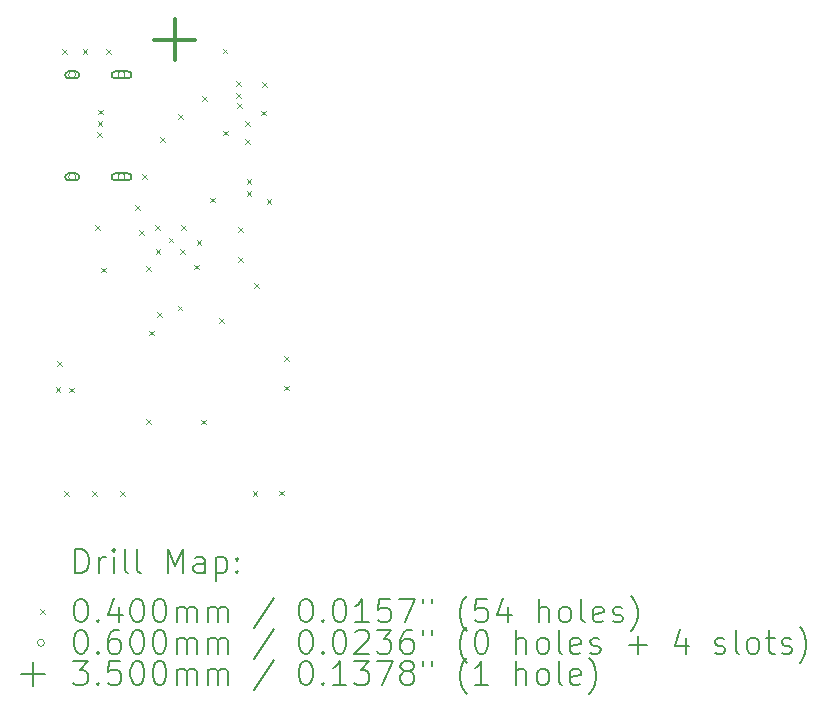
<source format=gbr>
%TF.GenerationSoftware,KiCad,Pcbnew,7.0.5-0*%
%TF.CreationDate,2023-07-31T19:13:09-04:00*%
%TF.ProjectId,mula,6d756c61-2e6b-4696-9361-645f70636258,rev?*%
%TF.SameCoordinates,Original*%
%TF.FileFunction,Drillmap*%
%TF.FilePolarity,Positive*%
%FSLAX45Y45*%
G04 Gerber Fmt 4.5, Leading zero omitted, Abs format (unit mm)*
G04 Created by KiCad (PCBNEW 7.0.5-0) date 2023-07-31 19:13:09*
%MOMM*%
%LPD*%
G01*
G04 APERTURE LIST*
%ADD10C,0.200000*%
%ADD11C,0.040000*%
%ADD12C,0.060000*%
%ADD13C,0.350000*%
G04 APERTURE END LIST*
D10*
D11*
X12990000Y-10132500D02*
X13030000Y-10172500D01*
X13030000Y-10132500D02*
X12990000Y-10172500D01*
X13002500Y-9910000D02*
X13042500Y-9950000D01*
X13042500Y-9910000D02*
X13002500Y-9950000D01*
X13042500Y-7270000D02*
X13082500Y-7310000D01*
X13082500Y-7270000D02*
X13042500Y-7310000D01*
X13065000Y-11012500D02*
X13105000Y-11052500D01*
X13105000Y-11012500D02*
X13065000Y-11052500D01*
X13102500Y-10135000D02*
X13142500Y-10175000D01*
X13142500Y-10135000D02*
X13102500Y-10175000D01*
X13220000Y-7270000D02*
X13260000Y-7310000D01*
X13260000Y-7270000D02*
X13220000Y-7310000D01*
X13302500Y-11012500D02*
X13342500Y-11052500D01*
X13342500Y-11012500D02*
X13302500Y-11052500D01*
X13322500Y-8757500D02*
X13362500Y-8797500D01*
X13362500Y-8757500D02*
X13322500Y-8797500D01*
X13342500Y-7975000D02*
X13382500Y-8015000D01*
X13382500Y-7975000D02*
X13342500Y-8015000D01*
X13345000Y-7880000D02*
X13385000Y-7920000D01*
X13385000Y-7880000D02*
X13345000Y-7920000D01*
X13347500Y-7782500D02*
X13387500Y-7822500D01*
X13387500Y-7782500D02*
X13347500Y-7822500D01*
X13375000Y-9120000D02*
X13415000Y-9160000D01*
X13415000Y-9120000D02*
X13375000Y-9160000D01*
X13417500Y-7270000D02*
X13457500Y-7310000D01*
X13457500Y-7270000D02*
X13417500Y-7310000D01*
X13535000Y-11012500D02*
X13575000Y-11052500D01*
X13575000Y-11012500D02*
X13535000Y-11052500D01*
X13663331Y-8591735D02*
X13703331Y-8631735D01*
X13703331Y-8591735D02*
X13663331Y-8631735D01*
X13695050Y-8804591D02*
X13735050Y-8844591D01*
X13735050Y-8804591D02*
X13695050Y-8844591D01*
X13722500Y-8329550D02*
X13762500Y-8369550D01*
X13762500Y-8329550D02*
X13722500Y-8369550D01*
X13755000Y-9110000D02*
X13795000Y-9150000D01*
X13795000Y-9110000D02*
X13755000Y-9150000D01*
X13755000Y-10400000D02*
X13795000Y-10440000D01*
X13795000Y-10400000D02*
X13755000Y-10440000D01*
X13782500Y-9652500D02*
X13822500Y-9692500D01*
X13822500Y-9652500D02*
X13782500Y-9692500D01*
X13835000Y-8762500D02*
X13875000Y-8802500D01*
X13875000Y-8762500D02*
X13835000Y-8802500D01*
X13837500Y-8965000D02*
X13877500Y-9005000D01*
X13877500Y-8965000D02*
X13837500Y-9005000D01*
X13852500Y-9497500D02*
X13892500Y-9537500D01*
X13892500Y-9497500D02*
X13852500Y-9537500D01*
X13875000Y-8015000D02*
X13915000Y-8055000D01*
X13915000Y-8015000D02*
X13875000Y-8055000D01*
X13947500Y-8865000D02*
X13987500Y-8905000D01*
X13987500Y-8865000D02*
X13947500Y-8905000D01*
X14022500Y-9442500D02*
X14062500Y-9482500D01*
X14062500Y-9442500D02*
X14022500Y-9482500D01*
X14027500Y-7822500D02*
X14067500Y-7862500D01*
X14067500Y-7822500D02*
X14027500Y-7862500D01*
X14047500Y-8965000D02*
X14087500Y-9005000D01*
X14087500Y-8965000D02*
X14047500Y-9005000D01*
X14050000Y-8760000D02*
X14090000Y-8800000D01*
X14090000Y-8760000D02*
X14050000Y-8800000D01*
X14162500Y-9095000D02*
X14202500Y-9135000D01*
X14202500Y-9095000D02*
X14162500Y-9135000D01*
X14185050Y-8887500D02*
X14225050Y-8927500D01*
X14225050Y-8887500D02*
X14185050Y-8927500D01*
X14220000Y-10407500D02*
X14260000Y-10447500D01*
X14260000Y-10407500D02*
X14220000Y-10447500D01*
X14232500Y-7667500D02*
X14272500Y-7707500D01*
X14272500Y-7667500D02*
X14232500Y-7707500D01*
X14301528Y-8526528D02*
X14341528Y-8566528D01*
X14341528Y-8526528D02*
X14301528Y-8566528D01*
X14372500Y-9545000D02*
X14412500Y-9585000D01*
X14412500Y-9545000D02*
X14372500Y-9585000D01*
X14405000Y-7265000D02*
X14445000Y-7305000D01*
X14445000Y-7265000D02*
X14405000Y-7305000D01*
X14410000Y-7960000D02*
X14450000Y-8000000D01*
X14450000Y-7960000D02*
X14410000Y-8000000D01*
X14520000Y-7539000D02*
X14560000Y-7579000D01*
X14560000Y-7539000D02*
X14520000Y-7579000D01*
X14520000Y-7640000D02*
X14560000Y-7680000D01*
X14560000Y-7640000D02*
X14520000Y-7680000D01*
X14525000Y-7730000D02*
X14565000Y-7770000D01*
X14565000Y-7730000D02*
X14525000Y-7770000D01*
X14535000Y-8780000D02*
X14575000Y-8820000D01*
X14575000Y-8780000D02*
X14535000Y-8820000D01*
X14535000Y-9030000D02*
X14575000Y-9070000D01*
X14575000Y-9030000D02*
X14535000Y-9070000D01*
X14595000Y-8035000D02*
X14635000Y-8075000D01*
X14635000Y-8035000D02*
X14595000Y-8075000D01*
X14597500Y-7877500D02*
X14637500Y-7917500D01*
X14637500Y-7877500D02*
X14597500Y-7917500D01*
X14607293Y-8371113D02*
X14647293Y-8411113D01*
X14647293Y-8371113D02*
X14607293Y-8411113D01*
X14608556Y-8471056D02*
X14648556Y-8511056D01*
X14648556Y-8471056D02*
X14608556Y-8511056D01*
X14657500Y-11012500D02*
X14697500Y-11052500D01*
X14697500Y-11012500D02*
X14657500Y-11052500D01*
X14670000Y-9250000D02*
X14710000Y-9290000D01*
X14710000Y-9250000D02*
X14670000Y-9290000D01*
X14730000Y-7790000D02*
X14770000Y-7830000D01*
X14770000Y-7790000D02*
X14730000Y-7830000D01*
X14737500Y-7550000D02*
X14777500Y-7590000D01*
X14777500Y-7550000D02*
X14737500Y-7590000D01*
X14777500Y-8542500D02*
X14817500Y-8582500D01*
X14817500Y-8542500D02*
X14777500Y-8582500D01*
X14880000Y-11007500D02*
X14920000Y-11047500D01*
X14920000Y-11007500D02*
X14880000Y-11047500D01*
X14925000Y-9870000D02*
X14965000Y-9910000D01*
X14965000Y-9870000D02*
X14925000Y-9910000D01*
X14925000Y-10120000D02*
X14965000Y-10160000D01*
X14965000Y-10120000D02*
X14925000Y-10160000D01*
D12*
X13160000Y-7488000D02*
G75*
G03*
X13160000Y-7488000I-30000J0D01*
G01*
D10*
X13160000Y-7458000D02*
X13100000Y-7458000D01*
X13100000Y-7458000D02*
G75*
G03*
X13100000Y-7518000I0J-30000D01*
G01*
X13100000Y-7518000D02*
X13160000Y-7518000D01*
X13160000Y-7518000D02*
G75*
G03*
X13160000Y-7458000I0J30000D01*
G01*
D12*
X13160000Y-8352000D02*
G75*
G03*
X13160000Y-8352000I-30000J0D01*
G01*
D10*
X13160000Y-8322000D02*
X13100000Y-8322000D01*
X13100000Y-8322000D02*
G75*
G03*
X13100000Y-8382000I0J-30000D01*
G01*
X13100000Y-8382000D02*
X13160000Y-8382000D01*
X13160000Y-8382000D02*
G75*
G03*
X13160000Y-8322000I0J30000D01*
G01*
D12*
X13578000Y-7488000D02*
G75*
G03*
X13578000Y-7488000I-30000J0D01*
G01*
D10*
X13603000Y-7458000D02*
X13493000Y-7458000D01*
X13493000Y-7458000D02*
G75*
G03*
X13493000Y-7518000I0J-30000D01*
G01*
X13493000Y-7518000D02*
X13603000Y-7518000D01*
X13603000Y-7518000D02*
G75*
G03*
X13603000Y-7458000I0J30000D01*
G01*
D12*
X13578000Y-8352000D02*
G75*
G03*
X13578000Y-8352000I-30000J0D01*
G01*
D10*
X13603000Y-8322000D02*
X13493000Y-8322000D01*
X13493000Y-8322000D02*
G75*
G03*
X13493000Y-8382000I0J-30000D01*
G01*
X13493000Y-8382000D02*
X13603000Y-8382000D01*
X13603000Y-8382000D02*
G75*
G03*
X13603000Y-8322000I0J30000D01*
G01*
D13*
X13998750Y-7015500D02*
X13998750Y-7365500D01*
X13823750Y-7190500D02*
X14173750Y-7190500D01*
D10*
X13157027Y-11704484D02*
X13157027Y-11504484D01*
X13157027Y-11504484D02*
X13204646Y-11504484D01*
X13204646Y-11504484D02*
X13233217Y-11514008D01*
X13233217Y-11514008D02*
X13252265Y-11533055D01*
X13252265Y-11533055D02*
X13261789Y-11552103D01*
X13261789Y-11552103D02*
X13271312Y-11590198D01*
X13271312Y-11590198D02*
X13271312Y-11618769D01*
X13271312Y-11618769D02*
X13261789Y-11656865D01*
X13261789Y-11656865D02*
X13252265Y-11675912D01*
X13252265Y-11675912D02*
X13233217Y-11694960D01*
X13233217Y-11694960D02*
X13204646Y-11704484D01*
X13204646Y-11704484D02*
X13157027Y-11704484D01*
X13357027Y-11704484D02*
X13357027Y-11571150D01*
X13357027Y-11609246D02*
X13366551Y-11590198D01*
X13366551Y-11590198D02*
X13376074Y-11580674D01*
X13376074Y-11580674D02*
X13395122Y-11571150D01*
X13395122Y-11571150D02*
X13414170Y-11571150D01*
X13480836Y-11704484D02*
X13480836Y-11571150D01*
X13480836Y-11504484D02*
X13471312Y-11514008D01*
X13471312Y-11514008D02*
X13480836Y-11523531D01*
X13480836Y-11523531D02*
X13490360Y-11514008D01*
X13490360Y-11514008D02*
X13480836Y-11504484D01*
X13480836Y-11504484D02*
X13480836Y-11523531D01*
X13604646Y-11704484D02*
X13585598Y-11694960D01*
X13585598Y-11694960D02*
X13576074Y-11675912D01*
X13576074Y-11675912D02*
X13576074Y-11504484D01*
X13709408Y-11704484D02*
X13690360Y-11694960D01*
X13690360Y-11694960D02*
X13680836Y-11675912D01*
X13680836Y-11675912D02*
X13680836Y-11504484D01*
X13937979Y-11704484D02*
X13937979Y-11504484D01*
X13937979Y-11504484D02*
X14004646Y-11647341D01*
X14004646Y-11647341D02*
X14071312Y-11504484D01*
X14071312Y-11504484D02*
X14071312Y-11704484D01*
X14252265Y-11704484D02*
X14252265Y-11599722D01*
X14252265Y-11599722D02*
X14242741Y-11580674D01*
X14242741Y-11580674D02*
X14223693Y-11571150D01*
X14223693Y-11571150D02*
X14185598Y-11571150D01*
X14185598Y-11571150D02*
X14166551Y-11580674D01*
X14252265Y-11694960D02*
X14233217Y-11704484D01*
X14233217Y-11704484D02*
X14185598Y-11704484D01*
X14185598Y-11704484D02*
X14166551Y-11694960D01*
X14166551Y-11694960D02*
X14157027Y-11675912D01*
X14157027Y-11675912D02*
X14157027Y-11656865D01*
X14157027Y-11656865D02*
X14166551Y-11637817D01*
X14166551Y-11637817D02*
X14185598Y-11628293D01*
X14185598Y-11628293D02*
X14233217Y-11628293D01*
X14233217Y-11628293D02*
X14252265Y-11618769D01*
X14347503Y-11571150D02*
X14347503Y-11771150D01*
X14347503Y-11580674D02*
X14366551Y-11571150D01*
X14366551Y-11571150D02*
X14404646Y-11571150D01*
X14404646Y-11571150D02*
X14423693Y-11580674D01*
X14423693Y-11580674D02*
X14433217Y-11590198D01*
X14433217Y-11590198D02*
X14442741Y-11609246D01*
X14442741Y-11609246D02*
X14442741Y-11666388D01*
X14442741Y-11666388D02*
X14433217Y-11685436D01*
X14433217Y-11685436D02*
X14423693Y-11694960D01*
X14423693Y-11694960D02*
X14404646Y-11704484D01*
X14404646Y-11704484D02*
X14366551Y-11704484D01*
X14366551Y-11704484D02*
X14347503Y-11694960D01*
X14528455Y-11685436D02*
X14537979Y-11694960D01*
X14537979Y-11694960D02*
X14528455Y-11704484D01*
X14528455Y-11704484D02*
X14518932Y-11694960D01*
X14518932Y-11694960D02*
X14528455Y-11685436D01*
X14528455Y-11685436D02*
X14528455Y-11704484D01*
X14528455Y-11580674D02*
X14537979Y-11590198D01*
X14537979Y-11590198D02*
X14528455Y-11599722D01*
X14528455Y-11599722D02*
X14518932Y-11590198D01*
X14518932Y-11590198D02*
X14528455Y-11580674D01*
X14528455Y-11580674D02*
X14528455Y-11599722D01*
D11*
X12856250Y-12013000D02*
X12896250Y-12053000D01*
X12896250Y-12013000D02*
X12856250Y-12053000D01*
D10*
X13195122Y-11924484D02*
X13214170Y-11924484D01*
X13214170Y-11924484D02*
X13233217Y-11934008D01*
X13233217Y-11934008D02*
X13242741Y-11943531D01*
X13242741Y-11943531D02*
X13252265Y-11962579D01*
X13252265Y-11962579D02*
X13261789Y-12000674D01*
X13261789Y-12000674D02*
X13261789Y-12048293D01*
X13261789Y-12048293D02*
X13252265Y-12086388D01*
X13252265Y-12086388D02*
X13242741Y-12105436D01*
X13242741Y-12105436D02*
X13233217Y-12114960D01*
X13233217Y-12114960D02*
X13214170Y-12124484D01*
X13214170Y-12124484D02*
X13195122Y-12124484D01*
X13195122Y-12124484D02*
X13176074Y-12114960D01*
X13176074Y-12114960D02*
X13166551Y-12105436D01*
X13166551Y-12105436D02*
X13157027Y-12086388D01*
X13157027Y-12086388D02*
X13147503Y-12048293D01*
X13147503Y-12048293D02*
X13147503Y-12000674D01*
X13147503Y-12000674D02*
X13157027Y-11962579D01*
X13157027Y-11962579D02*
X13166551Y-11943531D01*
X13166551Y-11943531D02*
X13176074Y-11934008D01*
X13176074Y-11934008D02*
X13195122Y-11924484D01*
X13347503Y-12105436D02*
X13357027Y-12114960D01*
X13357027Y-12114960D02*
X13347503Y-12124484D01*
X13347503Y-12124484D02*
X13337979Y-12114960D01*
X13337979Y-12114960D02*
X13347503Y-12105436D01*
X13347503Y-12105436D02*
X13347503Y-12124484D01*
X13528455Y-11991150D02*
X13528455Y-12124484D01*
X13480836Y-11914960D02*
X13433217Y-12057817D01*
X13433217Y-12057817D02*
X13557027Y-12057817D01*
X13671312Y-11924484D02*
X13690360Y-11924484D01*
X13690360Y-11924484D02*
X13709408Y-11934008D01*
X13709408Y-11934008D02*
X13718932Y-11943531D01*
X13718932Y-11943531D02*
X13728455Y-11962579D01*
X13728455Y-11962579D02*
X13737979Y-12000674D01*
X13737979Y-12000674D02*
X13737979Y-12048293D01*
X13737979Y-12048293D02*
X13728455Y-12086388D01*
X13728455Y-12086388D02*
X13718932Y-12105436D01*
X13718932Y-12105436D02*
X13709408Y-12114960D01*
X13709408Y-12114960D02*
X13690360Y-12124484D01*
X13690360Y-12124484D02*
X13671312Y-12124484D01*
X13671312Y-12124484D02*
X13652265Y-12114960D01*
X13652265Y-12114960D02*
X13642741Y-12105436D01*
X13642741Y-12105436D02*
X13633217Y-12086388D01*
X13633217Y-12086388D02*
X13623693Y-12048293D01*
X13623693Y-12048293D02*
X13623693Y-12000674D01*
X13623693Y-12000674D02*
X13633217Y-11962579D01*
X13633217Y-11962579D02*
X13642741Y-11943531D01*
X13642741Y-11943531D02*
X13652265Y-11934008D01*
X13652265Y-11934008D02*
X13671312Y-11924484D01*
X13861789Y-11924484D02*
X13880836Y-11924484D01*
X13880836Y-11924484D02*
X13899884Y-11934008D01*
X13899884Y-11934008D02*
X13909408Y-11943531D01*
X13909408Y-11943531D02*
X13918932Y-11962579D01*
X13918932Y-11962579D02*
X13928455Y-12000674D01*
X13928455Y-12000674D02*
X13928455Y-12048293D01*
X13928455Y-12048293D02*
X13918932Y-12086388D01*
X13918932Y-12086388D02*
X13909408Y-12105436D01*
X13909408Y-12105436D02*
X13899884Y-12114960D01*
X13899884Y-12114960D02*
X13880836Y-12124484D01*
X13880836Y-12124484D02*
X13861789Y-12124484D01*
X13861789Y-12124484D02*
X13842741Y-12114960D01*
X13842741Y-12114960D02*
X13833217Y-12105436D01*
X13833217Y-12105436D02*
X13823693Y-12086388D01*
X13823693Y-12086388D02*
X13814170Y-12048293D01*
X13814170Y-12048293D02*
X13814170Y-12000674D01*
X13814170Y-12000674D02*
X13823693Y-11962579D01*
X13823693Y-11962579D02*
X13833217Y-11943531D01*
X13833217Y-11943531D02*
X13842741Y-11934008D01*
X13842741Y-11934008D02*
X13861789Y-11924484D01*
X14014170Y-12124484D02*
X14014170Y-11991150D01*
X14014170Y-12010198D02*
X14023693Y-12000674D01*
X14023693Y-12000674D02*
X14042741Y-11991150D01*
X14042741Y-11991150D02*
X14071313Y-11991150D01*
X14071313Y-11991150D02*
X14090360Y-12000674D01*
X14090360Y-12000674D02*
X14099884Y-12019722D01*
X14099884Y-12019722D02*
X14099884Y-12124484D01*
X14099884Y-12019722D02*
X14109408Y-12000674D01*
X14109408Y-12000674D02*
X14128455Y-11991150D01*
X14128455Y-11991150D02*
X14157027Y-11991150D01*
X14157027Y-11991150D02*
X14176074Y-12000674D01*
X14176074Y-12000674D02*
X14185598Y-12019722D01*
X14185598Y-12019722D02*
X14185598Y-12124484D01*
X14280836Y-12124484D02*
X14280836Y-11991150D01*
X14280836Y-12010198D02*
X14290360Y-12000674D01*
X14290360Y-12000674D02*
X14309408Y-11991150D01*
X14309408Y-11991150D02*
X14337979Y-11991150D01*
X14337979Y-11991150D02*
X14357027Y-12000674D01*
X14357027Y-12000674D02*
X14366551Y-12019722D01*
X14366551Y-12019722D02*
X14366551Y-12124484D01*
X14366551Y-12019722D02*
X14376074Y-12000674D01*
X14376074Y-12000674D02*
X14395122Y-11991150D01*
X14395122Y-11991150D02*
X14423693Y-11991150D01*
X14423693Y-11991150D02*
X14442741Y-12000674D01*
X14442741Y-12000674D02*
X14452265Y-12019722D01*
X14452265Y-12019722D02*
X14452265Y-12124484D01*
X14842741Y-11914960D02*
X14671313Y-12172103D01*
X15099884Y-11924484D02*
X15118932Y-11924484D01*
X15118932Y-11924484D02*
X15137979Y-11934008D01*
X15137979Y-11934008D02*
X15147503Y-11943531D01*
X15147503Y-11943531D02*
X15157027Y-11962579D01*
X15157027Y-11962579D02*
X15166551Y-12000674D01*
X15166551Y-12000674D02*
X15166551Y-12048293D01*
X15166551Y-12048293D02*
X15157027Y-12086388D01*
X15157027Y-12086388D02*
X15147503Y-12105436D01*
X15147503Y-12105436D02*
X15137979Y-12114960D01*
X15137979Y-12114960D02*
X15118932Y-12124484D01*
X15118932Y-12124484D02*
X15099884Y-12124484D01*
X15099884Y-12124484D02*
X15080836Y-12114960D01*
X15080836Y-12114960D02*
X15071313Y-12105436D01*
X15071313Y-12105436D02*
X15061789Y-12086388D01*
X15061789Y-12086388D02*
X15052265Y-12048293D01*
X15052265Y-12048293D02*
X15052265Y-12000674D01*
X15052265Y-12000674D02*
X15061789Y-11962579D01*
X15061789Y-11962579D02*
X15071313Y-11943531D01*
X15071313Y-11943531D02*
X15080836Y-11934008D01*
X15080836Y-11934008D02*
X15099884Y-11924484D01*
X15252265Y-12105436D02*
X15261789Y-12114960D01*
X15261789Y-12114960D02*
X15252265Y-12124484D01*
X15252265Y-12124484D02*
X15242741Y-12114960D01*
X15242741Y-12114960D02*
X15252265Y-12105436D01*
X15252265Y-12105436D02*
X15252265Y-12124484D01*
X15385598Y-11924484D02*
X15404646Y-11924484D01*
X15404646Y-11924484D02*
X15423694Y-11934008D01*
X15423694Y-11934008D02*
X15433217Y-11943531D01*
X15433217Y-11943531D02*
X15442741Y-11962579D01*
X15442741Y-11962579D02*
X15452265Y-12000674D01*
X15452265Y-12000674D02*
X15452265Y-12048293D01*
X15452265Y-12048293D02*
X15442741Y-12086388D01*
X15442741Y-12086388D02*
X15433217Y-12105436D01*
X15433217Y-12105436D02*
X15423694Y-12114960D01*
X15423694Y-12114960D02*
X15404646Y-12124484D01*
X15404646Y-12124484D02*
X15385598Y-12124484D01*
X15385598Y-12124484D02*
X15366551Y-12114960D01*
X15366551Y-12114960D02*
X15357027Y-12105436D01*
X15357027Y-12105436D02*
X15347503Y-12086388D01*
X15347503Y-12086388D02*
X15337979Y-12048293D01*
X15337979Y-12048293D02*
X15337979Y-12000674D01*
X15337979Y-12000674D02*
X15347503Y-11962579D01*
X15347503Y-11962579D02*
X15357027Y-11943531D01*
X15357027Y-11943531D02*
X15366551Y-11934008D01*
X15366551Y-11934008D02*
X15385598Y-11924484D01*
X15642741Y-12124484D02*
X15528456Y-12124484D01*
X15585598Y-12124484D02*
X15585598Y-11924484D01*
X15585598Y-11924484D02*
X15566551Y-11953055D01*
X15566551Y-11953055D02*
X15547503Y-11972103D01*
X15547503Y-11972103D02*
X15528456Y-11981627D01*
X15823694Y-11924484D02*
X15728456Y-11924484D01*
X15728456Y-11924484D02*
X15718932Y-12019722D01*
X15718932Y-12019722D02*
X15728456Y-12010198D01*
X15728456Y-12010198D02*
X15747503Y-12000674D01*
X15747503Y-12000674D02*
X15795122Y-12000674D01*
X15795122Y-12000674D02*
X15814170Y-12010198D01*
X15814170Y-12010198D02*
X15823694Y-12019722D01*
X15823694Y-12019722D02*
X15833217Y-12038769D01*
X15833217Y-12038769D02*
X15833217Y-12086388D01*
X15833217Y-12086388D02*
X15823694Y-12105436D01*
X15823694Y-12105436D02*
X15814170Y-12114960D01*
X15814170Y-12114960D02*
X15795122Y-12124484D01*
X15795122Y-12124484D02*
X15747503Y-12124484D01*
X15747503Y-12124484D02*
X15728456Y-12114960D01*
X15728456Y-12114960D02*
X15718932Y-12105436D01*
X15899884Y-11924484D02*
X16033217Y-11924484D01*
X16033217Y-11924484D02*
X15947503Y-12124484D01*
X16099884Y-11924484D02*
X16099884Y-11962579D01*
X16176075Y-11924484D02*
X16176075Y-11962579D01*
X16471313Y-12200674D02*
X16461789Y-12191150D01*
X16461789Y-12191150D02*
X16442741Y-12162579D01*
X16442741Y-12162579D02*
X16433218Y-12143531D01*
X16433218Y-12143531D02*
X16423694Y-12114960D01*
X16423694Y-12114960D02*
X16414170Y-12067341D01*
X16414170Y-12067341D02*
X16414170Y-12029246D01*
X16414170Y-12029246D02*
X16423694Y-11981627D01*
X16423694Y-11981627D02*
X16433218Y-11953055D01*
X16433218Y-11953055D02*
X16442741Y-11934008D01*
X16442741Y-11934008D02*
X16461789Y-11905436D01*
X16461789Y-11905436D02*
X16471313Y-11895912D01*
X16642741Y-11924484D02*
X16547503Y-11924484D01*
X16547503Y-11924484D02*
X16537979Y-12019722D01*
X16537979Y-12019722D02*
X16547503Y-12010198D01*
X16547503Y-12010198D02*
X16566551Y-12000674D01*
X16566551Y-12000674D02*
X16614170Y-12000674D01*
X16614170Y-12000674D02*
X16633218Y-12010198D01*
X16633218Y-12010198D02*
X16642741Y-12019722D01*
X16642741Y-12019722D02*
X16652265Y-12038769D01*
X16652265Y-12038769D02*
X16652265Y-12086388D01*
X16652265Y-12086388D02*
X16642741Y-12105436D01*
X16642741Y-12105436D02*
X16633218Y-12114960D01*
X16633218Y-12114960D02*
X16614170Y-12124484D01*
X16614170Y-12124484D02*
X16566551Y-12124484D01*
X16566551Y-12124484D02*
X16547503Y-12114960D01*
X16547503Y-12114960D02*
X16537979Y-12105436D01*
X16823694Y-11991150D02*
X16823694Y-12124484D01*
X16776075Y-11914960D02*
X16728456Y-12057817D01*
X16728456Y-12057817D02*
X16852265Y-12057817D01*
X17080837Y-12124484D02*
X17080837Y-11924484D01*
X17166551Y-12124484D02*
X17166551Y-12019722D01*
X17166551Y-12019722D02*
X17157027Y-12000674D01*
X17157027Y-12000674D02*
X17137980Y-11991150D01*
X17137980Y-11991150D02*
X17109408Y-11991150D01*
X17109408Y-11991150D02*
X17090361Y-12000674D01*
X17090361Y-12000674D02*
X17080837Y-12010198D01*
X17290361Y-12124484D02*
X17271313Y-12114960D01*
X17271313Y-12114960D02*
X17261789Y-12105436D01*
X17261789Y-12105436D02*
X17252265Y-12086388D01*
X17252265Y-12086388D02*
X17252265Y-12029246D01*
X17252265Y-12029246D02*
X17261789Y-12010198D01*
X17261789Y-12010198D02*
X17271313Y-12000674D01*
X17271313Y-12000674D02*
X17290361Y-11991150D01*
X17290361Y-11991150D02*
X17318932Y-11991150D01*
X17318932Y-11991150D02*
X17337980Y-12000674D01*
X17337980Y-12000674D02*
X17347503Y-12010198D01*
X17347503Y-12010198D02*
X17357027Y-12029246D01*
X17357027Y-12029246D02*
X17357027Y-12086388D01*
X17357027Y-12086388D02*
X17347503Y-12105436D01*
X17347503Y-12105436D02*
X17337980Y-12114960D01*
X17337980Y-12114960D02*
X17318932Y-12124484D01*
X17318932Y-12124484D02*
X17290361Y-12124484D01*
X17471313Y-12124484D02*
X17452265Y-12114960D01*
X17452265Y-12114960D02*
X17442742Y-12095912D01*
X17442742Y-12095912D02*
X17442742Y-11924484D01*
X17623694Y-12114960D02*
X17604646Y-12124484D01*
X17604646Y-12124484D02*
X17566551Y-12124484D01*
X17566551Y-12124484D02*
X17547503Y-12114960D01*
X17547503Y-12114960D02*
X17537980Y-12095912D01*
X17537980Y-12095912D02*
X17537980Y-12019722D01*
X17537980Y-12019722D02*
X17547503Y-12000674D01*
X17547503Y-12000674D02*
X17566551Y-11991150D01*
X17566551Y-11991150D02*
X17604646Y-11991150D01*
X17604646Y-11991150D02*
X17623694Y-12000674D01*
X17623694Y-12000674D02*
X17633218Y-12019722D01*
X17633218Y-12019722D02*
X17633218Y-12038769D01*
X17633218Y-12038769D02*
X17537980Y-12057817D01*
X17709408Y-12114960D02*
X17728456Y-12124484D01*
X17728456Y-12124484D02*
X17766551Y-12124484D01*
X17766551Y-12124484D02*
X17785599Y-12114960D01*
X17785599Y-12114960D02*
X17795123Y-12095912D01*
X17795123Y-12095912D02*
X17795123Y-12086388D01*
X17795123Y-12086388D02*
X17785599Y-12067341D01*
X17785599Y-12067341D02*
X17766551Y-12057817D01*
X17766551Y-12057817D02*
X17737980Y-12057817D01*
X17737980Y-12057817D02*
X17718932Y-12048293D01*
X17718932Y-12048293D02*
X17709408Y-12029246D01*
X17709408Y-12029246D02*
X17709408Y-12019722D01*
X17709408Y-12019722D02*
X17718932Y-12000674D01*
X17718932Y-12000674D02*
X17737980Y-11991150D01*
X17737980Y-11991150D02*
X17766551Y-11991150D01*
X17766551Y-11991150D02*
X17785599Y-12000674D01*
X17861789Y-12200674D02*
X17871313Y-12191150D01*
X17871313Y-12191150D02*
X17890361Y-12162579D01*
X17890361Y-12162579D02*
X17899884Y-12143531D01*
X17899884Y-12143531D02*
X17909408Y-12114960D01*
X17909408Y-12114960D02*
X17918932Y-12067341D01*
X17918932Y-12067341D02*
X17918932Y-12029246D01*
X17918932Y-12029246D02*
X17909408Y-11981627D01*
X17909408Y-11981627D02*
X17899884Y-11953055D01*
X17899884Y-11953055D02*
X17890361Y-11934008D01*
X17890361Y-11934008D02*
X17871313Y-11905436D01*
X17871313Y-11905436D02*
X17861789Y-11895912D01*
D12*
X12896250Y-12297000D02*
G75*
G03*
X12896250Y-12297000I-30000J0D01*
G01*
D10*
X13195122Y-12188484D02*
X13214170Y-12188484D01*
X13214170Y-12188484D02*
X13233217Y-12198008D01*
X13233217Y-12198008D02*
X13242741Y-12207531D01*
X13242741Y-12207531D02*
X13252265Y-12226579D01*
X13252265Y-12226579D02*
X13261789Y-12264674D01*
X13261789Y-12264674D02*
X13261789Y-12312293D01*
X13261789Y-12312293D02*
X13252265Y-12350388D01*
X13252265Y-12350388D02*
X13242741Y-12369436D01*
X13242741Y-12369436D02*
X13233217Y-12378960D01*
X13233217Y-12378960D02*
X13214170Y-12388484D01*
X13214170Y-12388484D02*
X13195122Y-12388484D01*
X13195122Y-12388484D02*
X13176074Y-12378960D01*
X13176074Y-12378960D02*
X13166551Y-12369436D01*
X13166551Y-12369436D02*
X13157027Y-12350388D01*
X13157027Y-12350388D02*
X13147503Y-12312293D01*
X13147503Y-12312293D02*
X13147503Y-12264674D01*
X13147503Y-12264674D02*
X13157027Y-12226579D01*
X13157027Y-12226579D02*
X13166551Y-12207531D01*
X13166551Y-12207531D02*
X13176074Y-12198008D01*
X13176074Y-12198008D02*
X13195122Y-12188484D01*
X13347503Y-12369436D02*
X13357027Y-12378960D01*
X13357027Y-12378960D02*
X13347503Y-12388484D01*
X13347503Y-12388484D02*
X13337979Y-12378960D01*
X13337979Y-12378960D02*
X13347503Y-12369436D01*
X13347503Y-12369436D02*
X13347503Y-12388484D01*
X13528455Y-12188484D02*
X13490360Y-12188484D01*
X13490360Y-12188484D02*
X13471312Y-12198008D01*
X13471312Y-12198008D02*
X13461789Y-12207531D01*
X13461789Y-12207531D02*
X13442741Y-12236103D01*
X13442741Y-12236103D02*
X13433217Y-12274198D01*
X13433217Y-12274198D02*
X13433217Y-12350388D01*
X13433217Y-12350388D02*
X13442741Y-12369436D01*
X13442741Y-12369436D02*
X13452265Y-12378960D01*
X13452265Y-12378960D02*
X13471312Y-12388484D01*
X13471312Y-12388484D02*
X13509408Y-12388484D01*
X13509408Y-12388484D02*
X13528455Y-12378960D01*
X13528455Y-12378960D02*
X13537979Y-12369436D01*
X13537979Y-12369436D02*
X13547503Y-12350388D01*
X13547503Y-12350388D02*
X13547503Y-12302769D01*
X13547503Y-12302769D02*
X13537979Y-12283722D01*
X13537979Y-12283722D02*
X13528455Y-12274198D01*
X13528455Y-12274198D02*
X13509408Y-12264674D01*
X13509408Y-12264674D02*
X13471312Y-12264674D01*
X13471312Y-12264674D02*
X13452265Y-12274198D01*
X13452265Y-12274198D02*
X13442741Y-12283722D01*
X13442741Y-12283722D02*
X13433217Y-12302769D01*
X13671312Y-12188484D02*
X13690360Y-12188484D01*
X13690360Y-12188484D02*
X13709408Y-12198008D01*
X13709408Y-12198008D02*
X13718932Y-12207531D01*
X13718932Y-12207531D02*
X13728455Y-12226579D01*
X13728455Y-12226579D02*
X13737979Y-12264674D01*
X13737979Y-12264674D02*
X13737979Y-12312293D01*
X13737979Y-12312293D02*
X13728455Y-12350388D01*
X13728455Y-12350388D02*
X13718932Y-12369436D01*
X13718932Y-12369436D02*
X13709408Y-12378960D01*
X13709408Y-12378960D02*
X13690360Y-12388484D01*
X13690360Y-12388484D02*
X13671312Y-12388484D01*
X13671312Y-12388484D02*
X13652265Y-12378960D01*
X13652265Y-12378960D02*
X13642741Y-12369436D01*
X13642741Y-12369436D02*
X13633217Y-12350388D01*
X13633217Y-12350388D02*
X13623693Y-12312293D01*
X13623693Y-12312293D02*
X13623693Y-12264674D01*
X13623693Y-12264674D02*
X13633217Y-12226579D01*
X13633217Y-12226579D02*
X13642741Y-12207531D01*
X13642741Y-12207531D02*
X13652265Y-12198008D01*
X13652265Y-12198008D02*
X13671312Y-12188484D01*
X13861789Y-12188484D02*
X13880836Y-12188484D01*
X13880836Y-12188484D02*
X13899884Y-12198008D01*
X13899884Y-12198008D02*
X13909408Y-12207531D01*
X13909408Y-12207531D02*
X13918932Y-12226579D01*
X13918932Y-12226579D02*
X13928455Y-12264674D01*
X13928455Y-12264674D02*
X13928455Y-12312293D01*
X13928455Y-12312293D02*
X13918932Y-12350388D01*
X13918932Y-12350388D02*
X13909408Y-12369436D01*
X13909408Y-12369436D02*
X13899884Y-12378960D01*
X13899884Y-12378960D02*
X13880836Y-12388484D01*
X13880836Y-12388484D02*
X13861789Y-12388484D01*
X13861789Y-12388484D02*
X13842741Y-12378960D01*
X13842741Y-12378960D02*
X13833217Y-12369436D01*
X13833217Y-12369436D02*
X13823693Y-12350388D01*
X13823693Y-12350388D02*
X13814170Y-12312293D01*
X13814170Y-12312293D02*
X13814170Y-12264674D01*
X13814170Y-12264674D02*
X13823693Y-12226579D01*
X13823693Y-12226579D02*
X13833217Y-12207531D01*
X13833217Y-12207531D02*
X13842741Y-12198008D01*
X13842741Y-12198008D02*
X13861789Y-12188484D01*
X14014170Y-12388484D02*
X14014170Y-12255150D01*
X14014170Y-12274198D02*
X14023693Y-12264674D01*
X14023693Y-12264674D02*
X14042741Y-12255150D01*
X14042741Y-12255150D02*
X14071313Y-12255150D01*
X14071313Y-12255150D02*
X14090360Y-12264674D01*
X14090360Y-12264674D02*
X14099884Y-12283722D01*
X14099884Y-12283722D02*
X14099884Y-12388484D01*
X14099884Y-12283722D02*
X14109408Y-12264674D01*
X14109408Y-12264674D02*
X14128455Y-12255150D01*
X14128455Y-12255150D02*
X14157027Y-12255150D01*
X14157027Y-12255150D02*
X14176074Y-12264674D01*
X14176074Y-12264674D02*
X14185598Y-12283722D01*
X14185598Y-12283722D02*
X14185598Y-12388484D01*
X14280836Y-12388484D02*
X14280836Y-12255150D01*
X14280836Y-12274198D02*
X14290360Y-12264674D01*
X14290360Y-12264674D02*
X14309408Y-12255150D01*
X14309408Y-12255150D02*
X14337979Y-12255150D01*
X14337979Y-12255150D02*
X14357027Y-12264674D01*
X14357027Y-12264674D02*
X14366551Y-12283722D01*
X14366551Y-12283722D02*
X14366551Y-12388484D01*
X14366551Y-12283722D02*
X14376074Y-12264674D01*
X14376074Y-12264674D02*
X14395122Y-12255150D01*
X14395122Y-12255150D02*
X14423693Y-12255150D01*
X14423693Y-12255150D02*
X14442741Y-12264674D01*
X14442741Y-12264674D02*
X14452265Y-12283722D01*
X14452265Y-12283722D02*
X14452265Y-12388484D01*
X14842741Y-12178960D02*
X14671313Y-12436103D01*
X15099884Y-12188484D02*
X15118932Y-12188484D01*
X15118932Y-12188484D02*
X15137979Y-12198008D01*
X15137979Y-12198008D02*
X15147503Y-12207531D01*
X15147503Y-12207531D02*
X15157027Y-12226579D01*
X15157027Y-12226579D02*
X15166551Y-12264674D01*
X15166551Y-12264674D02*
X15166551Y-12312293D01*
X15166551Y-12312293D02*
X15157027Y-12350388D01*
X15157027Y-12350388D02*
X15147503Y-12369436D01*
X15147503Y-12369436D02*
X15137979Y-12378960D01*
X15137979Y-12378960D02*
X15118932Y-12388484D01*
X15118932Y-12388484D02*
X15099884Y-12388484D01*
X15099884Y-12388484D02*
X15080836Y-12378960D01*
X15080836Y-12378960D02*
X15071313Y-12369436D01*
X15071313Y-12369436D02*
X15061789Y-12350388D01*
X15061789Y-12350388D02*
X15052265Y-12312293D01*
X15052265Y-12312293D02*
X15052265Y-12264674D01*
X15052265Y-12264674D02*
X15061789Y-12226579D01*
X15061789Y-12226579D02*
X15071313Y-12207531D01*
X15071313Y-12207531D02*
X15080836Y-12198008D01*
X15080836Y-12198008D02*
X15099884Y-12188484D01*
X15252265Y-12369436D02*
X15261789Y-12378960D01*
X15261789Y-12378960D02*
X15252265Y-12388484D01*
X15252265Y-12388484D02*
X15242741Y-12378960D01*
X15242741Y-12378960D02*
X15252265Y-12369436D01*
X15252265Y-12369436D02*
X15252265Y-12388484D01*
X15385598Y-12188484D02*
X15404646Y-12188484D01*
X15404646Y-12188484D02*
X15423694Y-12198008D01*
X15423694Y-12198008D02*
X15433217Y-12207531D01*
X15433217Y-12207531D02*
X15442741Y-12226579D01*
X15442741Y-12226579D02*
X15452265Y-12264674D01*
X15452265Y-12264674D02*
X15452265Y-12312293D01*
X15452265Y-12312293D02*
X15442741Y-12350388D01*
X15442741Y-12350388D02*
X15433217Y-12369436D01*
X15433217Y-12369436D02*
X15423694Y-12378960D01*
X15423694Y-12378960D02*
X15404646Y-12388484D01*
X15404646Y-12388484D02*
X15385598Y-12388484D01*
X15385598Y-12388484D02*
X15366551Y-12378960D01*
X15366551Y-12378960D02*
X15357027Y-12369436D01*
X15357027Y-12369436D02*
X15347503Y-12350388D01*
X15347503Y-12350388D02*
X15337979Y-12312293D01*
X15337979Y-12312293D02*
X15337979Y-12264674D01*
X15337979Y-12264674D02*
X15347503Y-12226579D01*
X15347503Y-12226579D02*
X15357027Y-12207531D01*
X15357027Y-12207531D02*
X15366551Y-12198008D01*
X15366551Y-12198008D02*
X15385598Y-12188484D01*
X15528456Y-12207531D02*
X15537979Y-12198008D01*
X15537979Y-12198008D02*
X15557027Y-12188484D01*
X15557027Y-12188484D02*
X15604646Y-12188484D01*
X15604646Y-12188484D02*
X15623694Y-12198008D01*
X15623694Y-12198008D02*
X15633217Y-12207531D01*
X15633217Y-12207531D02*
X15642741Y-12226579D01*
X15642741Y-12226579D02*
X15642741Y-12245627D01*
X15642741Y-12245627D02*
X15633217Y-12274198D01*
X15633217Y-12274198D02*
X15518932Y-12388484D01*
X15518932Y-12388484D02*
X15642741Y-12388484D01*
X15709408Y-12188484D02*
X15833217Y-12188484D01*
X15833217Y-12188484D02*
X15766551Y-12264674D01*
X15766551Y-12264674D02*
X15795122Y-12264674D01*
X15795122Y-12264674D02*
X15814170Y-12274198D01*
X15814170Y-12274198D02*
X15823694Y-12283722D01*
X15823694Y-12283722D02*
X15833217Y-12302769D01*
X15833217Y-12302769D02*
X15833217Y-12350388D01*
X15833217Y-12350388D02*
X15823694Y-12369436D01*
X15823694Y-12369436D02*
X15814170Y-12378960D01*
X15814170Y-12378960D02*
X15795122Y-12388484D01*
X15795122Y-12388484D02*
X15737979Y-12388484D01*
X15737979Y-12388484D02*
X15718932Y-12378960D01*
X15718932Y-12378960D02*
X15709408Y-12369436D01*
X16004646Y-12188484D02*
X15966551Y-12188484D01*
X15966551Y-12188484D02*
X15947503Y-12198008D01*
X15947503Y-12198008D02*
X15937979Y-12207531D01*
X15937979Y-12207531D02*
X15918932Y-12236103D01*
X15918932Y-12236103D02*
X15909408Y-12274198D01*
X15909408Y-12274198D02*
X15909408Y-12350388D01*
X15909408Y-12350388D02*
X15918932Y-12369436D01*
X15918932Y-12369436D02*
X15928456Y-12378960D01*
X15928456Y-12378960D02*
X15947503Y-12388484D01*
X15947503Y-12388484D02*
X15985598Y-12388484D01*
X15985598Y-12388484D02*
X16004646Y-12378960D01*
X16004646Y-12378960D02*
X16014170Y-12369436D01*
X16014170Y-12369436D02*
X16023694Y-12350388D01*
X16023694Y-12350388D02*
X16023694Y-12302769D01*
X16023694Y-12302769D02*
X16014170Y-12283722D01*
X16014170Y-12283722D02*
X16004646Y-12274198D01*
X16004646Y-12274198D02*
X15985598Y-12264674D01*
X15985598Y-12264674D02*
X15947503Y-12264674D01*
X15947503Y-12264674D02*
X15928456Y-12274198D01*
X15928456Y-12274198D02*
X15918932Y-12283722D01*
X15918932Y-12283722D02*
X15909408Y-12302769D01*
X16099884Y-12188484D02*
X16099884Y-12226579D01*
X16176075Y-12188484D02*
X16176075Y-12226579D01*
X16471313Y-12464674D02*
X16461789Y-12455150D01*
X16461789Y-12455150D02*
X16442741Y-12426579D01*
X16442741Y-12426579D02*
X16433218Y-12407531D01*
X16433218Y-12407531D02*
X16423694Y-12378960D01*
X16423694Y-12378960D02*
X16414170Y-12331341D01*
X16414170Y-12331341D02*
X16414170Y-12293246D01*
X16414170Y-12293246D02*
X16423694Y-12245627D01*
X16423694Y-12245627D02*
X16433218Y-12217055D01*
X16433218Y-12217055D02*
X16442741Y-12198008D01*
X16442741Y-12198008D02*
X16461789Y-12169436D01*
X16461789Y-12169436D02*
X16471313Y-12159912D01*
X16585598Y-12188484D02*
X16604646Y-12188484D01*
X16604646Y-12188484D02*
X16623694Y-12198008D01*
X16623694Y-12198008D02*
X16633218Y-12207531D01*
X16633218Y-12207531D02*
X16642741Y-12226579D01*
X16642741Y-12226579D02*
X16652265Y-12264674D01*
X16652265Y-12264674D02*
X16652265Y-12312293D01*
X16652265Y-12312293D02*
X16642741Y-12350388D01*
X16642741Y-12350388D02*
X16633218Y-12369436D01*
X16633218Y-12369436D02*
X16623694Y-12378960D01*
X16623694Y-12378960D02*
X16604646Y-12388484D01*
X16604646Y-12388484D02*
X16585598Y-12388484D01*
X16585598Y-12388484D02*
X16566551Y-12378960D01*
X16566551Y-12378960D02*
X16557027Y-12369436D01*
X16557027Y-12369436D02*
X16547503Y-12350388D01*
X16547503Y-12350388D02*
X16537979Y-12312293D01*
X16537979Y-12312293D02*
X16537979Y-12264674D01*
X16537979Y-12264674D02*
X16547503Y-12226579D01*
X16547503Y-12226579D02*
X16557027Y-12207531D01*
X16557027Y-12207531D02*
X16566551Y-12198008D01*
X16566551Y-12198008D02*
X16585598Y-12188484D01*
X16890361Y-12388484D02*
X16890361Y-12188484D01*
X16976075Y-12388484D02*
X16976075Y-12283722D01*
X16976075Y-12283722D02*
X16966551Y-12264674D01*
X16966551Y-12264674D02*
X16947503Y-12255150D01*
X16947503Y-12255150D02*
X16918932Y-12255150D01*
X16918932Y-12255150D02*
X16899884Y-12264674D01*
X16899884Y-12264674D02*
X16890361Y-12274198D01*
X17099884Y-12388484D02*
X17080837Y-12378960D01*
X17080837Y-12378960D02*
X17071313Y-12369436D01*
X17071313Y-12369436D02*
X17061789Y-12350388D01*
X17061789Y-12350388D02*
X17061789Y-12293246D01*
X17061789Y-12293246D02*
X17071313Y-12274198D01*
X17071313Y-12274198D02*
X17080837Y-12264674D01*
X17080837Y-12264674D02*
X17099884Y-12255150D01*
X17099884Y-12255150D02*
X17128456Y-12255150D01*
X17128456Y-12255150D02*
X17147503Y-12264674D01*
X17147503Y-12264674D02*
X17157027Y-12274198D01*
X17157027Y-12274198D02*
X17166551Y-12293246D01*
X17166551Y-12293246D02*
X17166551Y-12350388D01*
X17166551Y-12350388D02*
X17157027Y-12369436D01*
X17157027Y-12369436D02*
X17147503Y-12378960D01*
X17147503Y-12378960D02*
X17128456Y-12388484D01*
X17128456Y-12388484D02*
X17099884Y-12388484D01*
X17280837Y-12388484D02*
X17261789Y-12378960D01*
X17261789Y-12378960D02*
X17252265Y-12359912D01*
X17252265Y-12359912D02*
X17252265Y-12188484D01*
X17433218Y-12378960D02*
X17414170Y-12388484D01*
X17414170Y-12388484D02*
X17376075Y-12388484D01*
X17376075Y-12388484D02*
X17357027Y-12378960D01*
X17357027Y-12378960D02*
X17347503Y-12359912D01*
X17347503Y-12359912D02*
X17347503Y-12283722D01*
X17347503Y-12283722D02*
X17357027Y-12264674D01*
X17357027Y-12264674D02*
X17376075Y-12255150D01*
X17376075Y-12255150D02*
X17414170Y-12255150D01*
X17414170Y-12255150D02*
X17433218Y-12264674D01*
X17433218Y-12264674D02*
X17442742Y-12283722D01*
X17442742Y-12283722D02*
X17442742Y-12302769D01*
X17442742Y-12302769D02*
X17347503Y-12321817D01*
X17518932Y-12378960D02*
X17537980Y-12388484D01*
X17537980Y-12388484D02*
X17576075Y-12388484D01*
X17576075Y-12388484D02*
X17595123Y-12378960D01*
X17595123Y-12378960D02*
X17604646Y-12359912D01*
X17604646Y-12359912D02*
X17604646Y-12350388D01*
X17604646Y-12350388D02*
X17595123Y-12331341D01*
X17595123Y-12331341D02*
X17576075Y-12321817D01*
X17576075Y-12321817D02*
X17547503Y-12321817D01*
X17547503Y-12321817D02*
X17528456Y-12312293D01*
X17528456Y-12312293D02*
X17518932Y-12293246D01*
X17518932Y-12293246D02*
X17518932Y-12283722D01*
X17518932Y-12283722D02*
X17528456Y-12264674D01*
X17528456Y-12264674D02*
X17547503Y-12255150D01*
X17547503Y-12255150D02*
X17576075Y-12255150D01*
X17576075Y-12255150D02*
X17595123Y-12264674D01*
X17842742Y-12312293D02*
X17995123Y-12312293D01*
X17918932Y-12388484D02*
X17918932Y-12236103D01*
X18328456Y-12255150D02*
X18328456Y-12388484D01*
X18280837Y-12178960D02*
X18233218Y-12321817D01*
X18233218Y-12321817D02*
X18357027Y-12321817D01*
X18576075Y-12378960D02*
X18595123Y-12388484D01*
X18595123Y-12388484D02*
X18633218Y-12388484D01*
X18633218Y-12388484D02*
X18652266Y-12378960D01*
X18652266Y-12378960D02*
X18661789Y-12359912D01*
X18661789Y-12359912D02*
X18661789Y-12350388D01*
X18661789Y-12350388D02*
X18652266Y-12331341D01*
X18652266Y-12331341D02*
X18633218Y-12321817D01*
X18633218Y-12321817D02*
X18604646Y-12321817D01*
X18604646Y-12321817D02*
X18585599Y-12312293D01*
X18585599Y-12312293D02*
X18576075Y-12293246D01*
X18576075Y-12293246D02*
X18576075Y-12283722D01*
X18576075Y-12283722D02*
X18585599Y-12264674D01*
X18585599Y-12264674D02*
X18604646Y-12255150D01*
X18604646Y-12255150D02*
X18633218Y-12255150D01*
X18633218Y-12255150D02*
X18652266Y-12264674D01*
X18776075Y-12388484D02*
X18757027Y-12378960D01*
X18757027Y-12378960D02*
X18747504Y-12359912D01*
X18747504Y-12359912D02*
X18747504Y-12188484D01*
X18880837Y-12388484D02*
X18861789Y-12378960D01*
X18861789Y-12378960D02*
X18852266Y-12369436D01*
X18852266Y-12369436D02*
X18842742Y-12350388D01*
X18842742Y-12350388D02*
X18842742Y-12293246D01*
X18842742Y-12293246D02*
X18852266Y-12274198D01*
X18852266Y-12274198D02*
X18861789Y-12264674D01*
X18861789Y-12264674D02*
X18880837Y-12255150D01*
X18880837Y-12255150D02*
X18909408Y-12255150D01*
X18909408Y-12255150D02*
X18928456Y-12264674D01*
X18928456Y-12264674D02*
X18937980Y-12274198D01*
X18937980Y-12274198D02*
X18947504Y-12293246D01*
X18947504Y-12293246D02*
X18947504Y-12350388D01*
X18947504Y-12350388D02*
X18937980Y-12369436D01*
X18937980Y-12369436D02*
X18928456Y-12378960D01*
X18928456Y-12378960D02*
X18909408Y-12388484D01*
X18909408Y-12388484D02*
X18880837Y-12388484D01*
X19004647Y-12255150D02*
X19080837Y-12255150D01*
X19033218Y-12188484D02*
X19033218Y-12359912D01*
X19033218Y-12359912D02*
X19042742Y-12378960D01*
X19042742Y-12378960D02*
X19061789Y-12388484D01*
X19061789Y-12388484D02*
X19080837Y-12388484D01*
X19137980Y-12378960D02*
X19157027Y-12388484D01*
X19157027Y-12388484D02*
X19195123Y-12388484D01*
X19195123Y-12388484D02*
X19214170Y-12378960D01*
X19214170Y-12378960D02*
X19223694Y-12359912D01*
X19223694Y-12359912D02*
X19223694Y-12350388D01*
X19223694Y-12350388D02*
X19214170Y-12331341D01*
X19214170Y-12331341D02*
X19195123Y-12321817D01*
X19195123Y-12321817D02*
X19166551Y-12321817D01*
X19166551Y-12321817D02*
X19147504Y-12312293D01*
X19147504Y-12312293D02*
X19137980Y-12293246D01*
X19137980Y-12293246D02*
X19137980Y-12283722D01*
X19137980Y-12283722D02*
X19147504Y-12264674D01*
X19147504Y-12264674D02*
X19166551Y-12255150D01*
X19166551Y-12255150D02*
X19195123Y-12255150D01*
X19195123Y-12255150D02*
X19214170Y-12264674D01*
X19290361Y-12464674D02*
X19299885Y-12455150D01*
X19299885Y-12455150D02*
X19318932Y-12426579D01*
X19318932Y-12426579D02*
X19328456Y-12407531D01*
X19328456Y-12407531D02*
X19337980Y-12378960D01*
X19337980Y-12378960D02*
X19347504Y-12331341D01*
X19347504Y-12331341D02*
X19347504Y-12293246D01*
X19347504Y-12293246D02*
X19337980Y-12245627D01*
X19337980Y-12245627D02*
X19328456Y-12217055D01*
X19328456Y-12217055D02*
X19318932Y-12198008D01*
X19318932Y-12198008D02*
X19299885Y-12169436D01*
X19299885Y-12169436D02*
X19290361Y-12159912D01*
X12796250Y-12461000D02*
X12796250Y-12661000D01*
X12696250Y-12561000D02*
X12896250Y-12561000D01*
X13137979Y-12452484D02*
X13261789Y-12452484D01*
X13261789Y-12452484D02*
X13195122Y-12528674D01*
X13195122Y-12528674D02*
X13223693Y-12528674D01*
X13223693Y-12528674D02*
X13242741Y-12538198D01*
X13242741Y-12538198D02*
X13252265Y-12547722D01*
X13252265Y-12547722D02*
X13261789Y-12566769D01*
X13261789Y-12566769D02*
X13261789Y-12614388D01*
X13261789Y-12614388D02*
X13252265Y-12633436D01*
X13252265Y-12633436D02*
X13242741Y-12642960D01*
X13242741Y-12642960D02*
X13223693Y-12652484D01*
X13223693Y-12652484D02*
X13166551Y-12652484D01*
X13166551Y-12652484D02*
X13147503Y-12642960D01*
X13147503Y-12642960D02*
X13137979Y-12633436D01*
X13347503Y-12633436D02*
X13357027Y-12642960D01*
X13357027Y-12642960D02*
X13347503Y-12652484D01*
X13347503Y-12652484D02*
X13337979Y-12642960D01*
X13337979Y-12642960D02*
X13347503Y-12633436D01*
X13347503Y-12633436D02*
X13347503Y-12652484D01*
X13537979Y-12452484D02*
X13442741Y-12452484D01*
X13442741Y-12452484D02*
X13433217Y-12547722D01*
X13433217Y-12547722D02*
X13442741Y-12538198D01*
X13442741Y-12538198D02*
X13461789Y-12528674D01*
X13461789Y-12528674D02*
X13509408Y-12528674D01*
X13509408Y-12528674D02*
X13528455Y-12538198D01*
X13528455Y-12538198D02*
X13537979Y-12547722D01*
X13537979Y-12547722D02*
X13547503Y-12566769D01*
X13547503Y-12566769D02*
X13547503Y-12614388D01*
X13547503Y-12614388D02*
X13537979Y-12633436D01*
X13537979Y-12633436D02*
X13528455Y-12642960D01*
X13528455Y-12642960D02*
X13509408Y-12652484D01*
X13509408Y-12652484D02*
X13461789Y-12652484D01*
X13461789Y-12652484D02*
X13442741Y-12642960D01*
X13442741Y-12642960D02*
X13433217Y-12633436D01*
X13671312Y-12452484D02*
X13690360Y-12452484D01*
X13690360Y-12452484D02*
X13709408Y-12462008D01*
X13709408Y-12462008D02*
X13718932Y-12471531D01*
X13718932Y-12471531D02*
X13728455Y-12490579D01*
X13728455Y-12490579D02*
X13737979Y-12528674D01*
X13737979Y-12528674D02*
X13737979Y-12576293D01*
X13737979Y-12576293D02*
X13728455Y-12614388D01*
X13728455Y-12614388D02*
X13718932Y-12633436D01*
X13718932Y-12633436D02*
X13709408Y-12642960D01*
X13709408Y-12642960D02*
X13690360Y-12652484D01*
X13690360Y-12652484D02*
X13671312Y-12652484D01*
X13671312Y-12652484D02*
X13652265Y-12642960D01*
X13652265Y-12642960D02*
X13642741Y-12633436D01*
X13642741Y-12633436D02*
X13633217Y-12614388D01*
X13633217Y-12614388D02*
X13623693Y-12576293D01*
X13623693Y-12576293D02*
X13623693Y-12528674D01*
X13623693Y-12528674D02*
X13633217Y-12490579D01*
X13633217Y-12490579D02*
X13642741Y-12471531D01*
X13642741Y-12471531D02*
X13652265Y-12462008D01*
X13652265Y-12462008D02*
X13671312Y-12452484D01*
X13861789Y-12452484D02*
X13880836Y-12452484D01*
X13880836Y-12452484D02*
X13899884Y-12462008D01*
X13899884Y-12462008D02*
X13909408Y-12471531D01*
X13909408Y-12471531D02*
X13918932Y-12490579D01*
X13918932Y-12490579D02*
X13928455Y-12528674D01*
X13928455Y-12528674D02*
X13928455Y-12576293D01*
X13928455Y-12576293D02*
X13918932Y-12614388D01*
X13918932Y-12614388D02*
X13909408Y-12633436D01*
X13909408Y-12633436D02*
X13899884Y-12642960D01*
X13899884Y-12642960D02*
X13880836Y-12652484D01*
X13880836Y-12652484D02*
X13861789Y-12652484D01*
X13861789Y-12652484D02*
X13842741Y-12642960D01*
X13842741Y-12642960D02*
X13833217Y-12633436D01*
X13833217Y-12633436D02*
X13823693Y-12614388D01*
X13823693Y-12614388D02*
X13814170Y-12576293D01*
X13814170Y-12576293D02*
X13814170Y-12528674D01*
X13814170Y-12528674D02*
X13823693Y-12490579D01*
X13823693Y-12490579D02*
X13833217Y-12471531D01*
X13833217Y-12471531D02*
X13842741Y-12462008D01*
X13842741Y-12462008D02*
X13861789Y-12452484D01*
X14014170Y-12652484D02*
X14014170Y-12519150D01*
X14014170Y-12538198D02*
X14023693Y-12528674D01*
X14023693Y-12528674D02*
X14042741Y-12519150D01*
X14042741Y-12519150D02*
X14071313Y-12519150D01*
X14071313Y-12519150D02*
X14090360Y-12528674D01*
X14090360Y-12528674D02*
X14099884Y-12547722D01*
X14099884Y-12547722D02*
X14099884Y-12652484D01*
X14099884Y-12547722D02*
X14109408Y-12528674D01*
X14109408Y-12528674D02*
X14128455Y-12519150D01*
X14128455Y-12519150D02*
X14157027Y-12519150D01*
X14157027Y-12519150D02*
X14176074Y-12528674D01*
X14176074Y-12528674D02*
X14185598Y-12547722D01*
X14185598Y-12547722D02*
X14185598Y-12652484D01*
X14280836Y-12652484D02*
X14280836Y-12519150D01*
X14280836Y-12538198D02*
X14290360Y-12528674D01*
X14290360Y-12528674D02*
X14309408Y-12519150D01*
X14309408Y-12519150D02*
X14337979Y-12519150D01*
X14337979Y-12519150D02*
X14357027Y-12528674D01*
X14357027Y-12528674D02*
X14366551Y-12547722D01*
X14366551Y-12547722D02*
X14366551Y-12652484D01*
X14366551Y-12547722D02*
X14376074Y-12528674D01*
X14376074Y-12528674D02*
X14395122Y-12519150D01*
X14395122Y-12519150D02*
X14423693Y-12519150D01*
X14423693Y-12519150D02*
X14442741Y-12528674D01*
X14442741Y-12528674D02*
X14452265Y-12547722D01*
X14452265Y-12547722D02*
X14452265Y-12652484D01*
X14842741Y-12442960D02*
X14671313Y-12700103D01*
X15099884Y-12452484D02*
X15118932Y-12452484D01*
X15118932Y-12452484D02*
X15137979Y-12462008D01*
X15137979Y-12462008D02*
X15147503Y-12471531D01*
X15147503Y-12471531D02*
X15157027Y-12490579D01*
X15157027Y-12490579D02*
X15166551Y-12528674D01*
X15166551Y-12528674D02*
X15166551Y-12576293D01*
X15166551Y-12576293D02*
X15157027Y-12614388D01*
X15157027Y-12614388D02*
X15147503Y-12633436D01*
X15147503Y-12633436D02*
X15137979Y-12642960D01*
X15137979Y-12642960D02*
X15118932Y-12652484D01*
X15118932Y-12652484D02*
X15099884Y-12652484D01*
X15099884Y-12652484D02*
X15080836Y-12642960D01*
X15080836Y-12642960D02*
X15071313Y-12633436D01*
X15071313Y-12633436D02*
X15061789Y-12614388D01*
X15061789Y-12614388D02*
X15052265Y-12576293D01*
X15052265Y-12576293D02*
X15052265Y-12528674D01*
X15052265Y-12528674D02*
X15061789Y-12490579D01*
X15061789Y-12490579D02*
X15071313Y-12471531D01*
X15071313Y-12471531D02*
X15080836Y-12462008D01*
X15080836Y-12462008D02*
X15099884Y-12452484D01*
X15252265Y-12633436D02*
X15261789Y-12642960D01*
X15261789Y-12642960D02*
X15252265Y-12652484D01*
X15252265Y-12652484D02*
X15242741Y-12642960D01*
X15242741Y-12642960D02*
X15252265Y-12633436D01*
X15252265Y-12633436D02*
X15252265Y-12652484D01*
X15452265Y-12652484D02*
X15337979Y-12652484D01*
X15395122Y-12652484D02*
X15395122Y-12452484D01*
X15395122Y-12452484D02*
X15376075Y-12481055D01*
X15376075Y-12481055D02*
X15357027Y-12500103D01*
X15357027Y-12500103D02*
X15337979Y-12509627D01*
X15518932Y-12452484D02*
X15642741Y-12452484D01*
X15642741Y-12452484D02*
X15576075Y-12528674D01*
X15576075Y-12528674D02*
X15604646Y-12528674D01*
X15604646Y-12528674D02*
X15623694Y-12538198D01*
X15623694Y-12538198D02*
X15633217Y-12547722D01*
X15633217Y-12547722D02*
X15642741Y-12566769D01*
X15642741Y-12566769D02*
X15642741Y-12614388D01*
X15642741Y-12614388D02*
X15633217Y-12633436D01*
X15633217Y-12633436D02*
X15623694Y-12642960D01*
X15623694Y-12642960D02*
X15604646Y-12652484D01*
X15604646Y-12652484D02*
X15547503Y-12652484D01*
X15547503Y-12652484D02*
X15528456Y-12642960D01*
X15528456Y-12642960D02*
X15518932Y-12633436D01*
X15709408Y-12452484D02*
X15842741Y-12452484D01*
X15842741Y-12452484D02*
X15757027Y-12652484D01*
X15947503Y-12538198D02*
X15928456Y-12528674D01*
X15928456Y-12528674D02*
X15918932Y-12519150D01*
X15918932Y-12519150D02*
X15909408Y-12500103D01*
X15909408Y-12500103D02*
X15909408Y-12490579D01*
X15909408Y-12490579D02*
X15918932Y-12471531D01*
X15918932Y-12471531D02*
X15928456Y-12462008D01*
X15928456Y-12462008D02*
X15947503Y-12452484D01*
X15947503Y-12452484D02*
X15985598Y-12452484D01*
X15985598Y-12452484D02*
X16004646Y-12462008D01*
X16004646Y-12462008D02*
X16014170Y-12471531D01*
X16014170Y-12471531D02*
X16023694Y-12490579D01*
X16023694Y-12490579D02*
X16023694Y-12500103D01*
X16023694Y-12500103D02*
X16014170Y-12519150D01*
X16014170Y-12519150D02*
X16004646Y-12528674D01*
X16004646Y-12528674D02*
X15985598Y-12538198D01*
X15985598Y-12538198D02*
X15947503Y-12538198D01*
X15947503Y-12538198D02*
X15928456Y-12547722D01*
X15928456Y-12547722D02*
X15918932Y-12557246D01*
X15918932Y-12557246D02*
X15909408Y-12576293D01*
X15909408Y-12576293D02*
X15909408Y-12614388D01*
X15909408Y-12614388D02*
X15918932Y-12633436D01*
X15918932Y-12633436D02*
X15928456Y-12642960D01*
X15928456Y-12642960D02*
X15947503Y-12652484D01*
X15947503Y-12652484D02*
X15985598Y-12652484D01*
X15985598Y-12652484D02*
X16004646Y-12642960D01*
X16004646Y-12642960D02*
X16014170Y-12633436D01*
X16014170Y-12633436D02*
X16023694Y-12614388D01*
X16023694Y-12614388D02*
X16023694Y-12576293D01*
X16023694Y-12576293D02*
X16014170Y-12557246D01*
X16014170Y-12557246D02*
X16004646Y-12547722D01*
X16004646Y-12547722D02*
X15985598Y-12538198D01*
X16099884Y-12452484D02*
X16099884Y-12490579D01*
X16176075Y-12452484D02*
X16176075Y-12490579D01*
X16471313Y-12728674D02*
X16461789Y-12719150D01*
X16461789Y-12719150D02*
X16442741Y-12690579D01*
X16442741Y-12690579D02*
X16433218Y-12671531D01*
X16433218Y-12671531D02*
X16423694Y-12642960D01*
X16423694Y-12642960D02*
X16414170Y-12595341D01*
X16414170Y-12595341D02*
X16414170Y-12557246D01*
X16414170Y-12557246D02*
X16423694Y-12509627D01*
X16423694Y-12509627D02*
X16433218Y-12481055D01*
X16433218Y-12481055D02*
X16442741Y-12462008D01*
X16442741Y-12462008D02*
X16461789Y-12433436D01*
X16461789Y-12433436D02*
X16471313Y-12423912D01*
X16652265Y-12652484D02*
X16537979Y-12652484D01*
X16595122Y-12652484D02*
X16595122Y-12452484D01*
X16595122Y-12452484D02*
X16576075Y-12481055D01*
X16576075Y-12481055D02*
X16557027Y-12500103D01*
X16557027Y-12500103D02*
X16537979Y-12509627D01*
X16890361Y-12652484D02*
X16890361Y-12452484D01*
X16976075Y-12652484D02*
X16976075Y-12547722D01*
X16976075Y-12547722D02*
X16966551Y-12528674D01*
X16966551Y-12528674D02*
X16947503Y-12519150D01*
X16947503Y-12519150D02*
X16918932Y-12519150D01*
X16918932Y-12519150D02*
X16899884Y-12528674D01*
X16899884Y-12528674D02*
X16890361Y-12538198D01*
X17099884Y-12652484D02*
X17080837Y-12642960D01*
X17080837Y-12642960D02*
X17071313Y-12633436D01*
X17071313Y-12633436D02*
X17061789Y-12614388D01*
X17061789Y-12614388D02*
X17061789Y-12557246D01*
X17061789Y-12557246D02*
X17071313Y-12538198D01*
X17071313Y-12538198D02*
X17080837Y-12528674D01*
X17080837Y-12528674D02*
X17099884Y-12519150D01*
X17099884Y-12519150D02*
X17128456Y-12519150D01*
X17128456Y-12519150D02*
X17147503Y-12528674D01*
X17147503Y-12528674D02*
X17157027Y-12538198D01*
X17157027Y-12538198D02*
X17166551Y-12557246D01*
X17166551Y-12557246D02*
X17166551Y-12614388D01*
X17166551Y-12614388D02*
X17157027Y-12633436D01*
X17157027Y-12633436D02*
X17147503Y-12642960D01*
X17147503Y-12642960D02*
X17128456Y-12652484D01*
X17128456Y-12652484D02*
X17099884Y-12652484D01*
X17280837Y-12652484D02*
X17261789Y-12642960D01*
X17261789Y-12642960D02*
X17252265Y-12623912D01*
X17252265Y-12623912D02*
X17252265Y-12452484D01*
X17433218Y-12642960D02*
X17414170Y-12652484D01*
X17414170Y-12652484D02*
X17376075Y-12652484D01*
X17376075Y-12652484D02*
X17357027Y-12642960D01*
X17357027Y-12642960D02*
X17347503Y-12623912D01*
X17347503Y-12623912D02*
X17347503Y-12547722D01*
X17347503Y-12547722D02*
X17357027Y-12528674D01*
X17357027Y-12528674D02*
X17376075Y-12519150D01*
X17376075Y-12519150D02*
X17414170Y-12519150D01*
X17414170Y-12519150D02*
X17433218Y-12528674D01*
X17433218Y-12528674D02*
X17442742Y-12547722D01*
X17442742Y-12547722D02*
X17442742Y-12566769D01*
X17442742Y-12566769D02*
X17347503Y-12585817D01*
X17509408Y-12728674D02*
X17518932Y-12719150D01*
X17518932Y-12719150D02*
X17537980Y-12690579D01*
X17537980Y-12690579D02*
X17547503Y-12671531D01*
X17547503Y-12671531D02*
X17557027Y-12642960D01*
X17557027Y-12642960D02*
X17566551Y-12595341D01*
X17566551Y-12595341D02*
X17566551Y-12557246D01*
X17566551Y-12557246D02*
X17557027Y-12509627D01*
X17557027Y-12509627D02*
X17547503Y-12481055D01*
X17547503Y-12481055D02*
X17537980Y-12462008D01*
X17537980Y-12462008D02*
X17518932Y-12433436D01*
X17518932Y-12433436D02*
X17509408Y-12423912D01*
M02*

</source>
